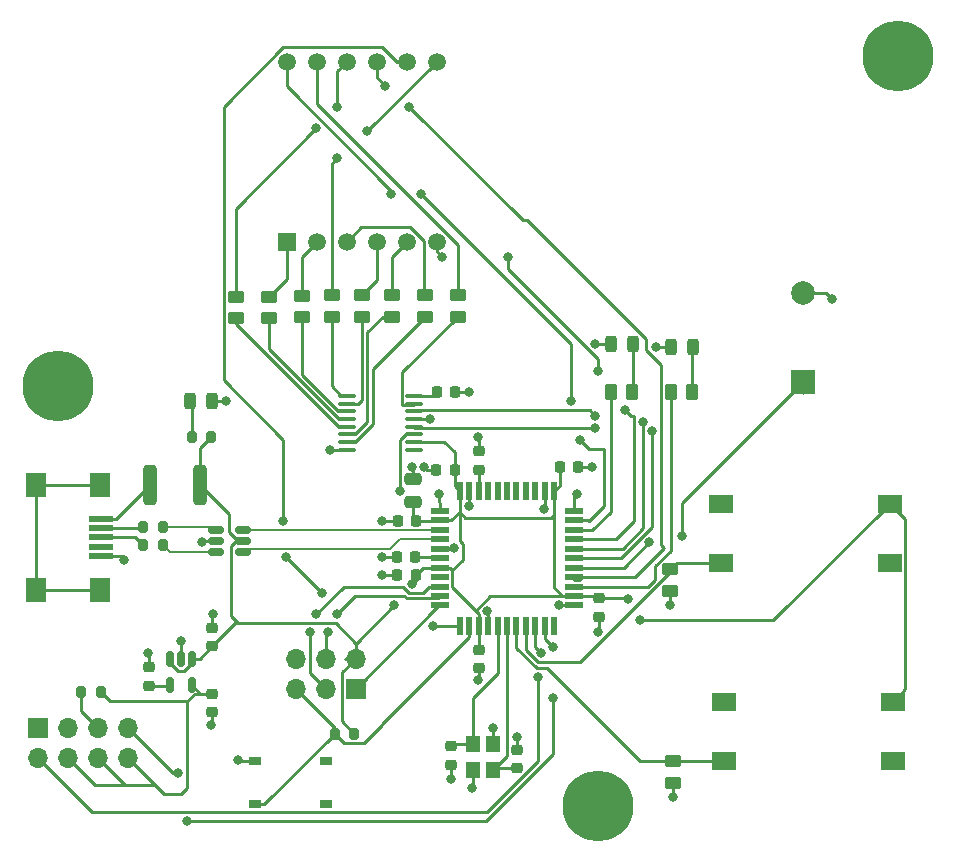
<source format=gbr>
%TF.GenerationSoftware,KiCad,Pcbnew,(7.0.0)*%
%TF.CreationDate,2023-04-20T18:50:50-06:00*%
%TF.ProjectId,Phase_B_ATMEGA_v3,50686173-655f-4425-9f41-544d4547415f,rev?*%
%TF.SameCoordinates,Original*%
%TF.FileFunction,Copper,L1,Top*%
%TF.FilePolarity,Positive*%
%FSLAX46Y46*%
G04 Gerber Fmt 4.6, Leading zero omitted, Abs format (unit mm)*
G04 Created by KiCad (PCBNEW (7.0.0)) date 2023-04-20 18:50:50*
%MOMM*%
%LPD*%
G01*
G04 APERTURE LIST*
G04 Aperture macros list*
%AMRoundRect*
0 Rectangle with rounded corners*
0 $1 Rounding radius*
0 $2 $3 $4 $5 $6 $7 $8 $9 X,Y pos of 4 corners*
0 Add a 4 corners polygon primitive as box body*
4,1,4,$2,$3,$4,$5,$6,$7,$8,$9,$2,$3,0*
0 Add four circle primitives for the rounded corners*
1,1,$1+$1,$2,$3*
1,1,$1+$1,$4,$5*
1,1,$1+$1,$6,$7*
1,1,$1+$1,$8,$9*
0 Add four rect primitives between the rounded corners*
20,1,$1+$1,$2,$3,$4,$5,0*
20,1,$1+$1,$4,$5,$6,$7,0*
20,1,$1+$1,$6,$7,$8,$9,0*
20,1,$1+$1,$8,$9,$2,$3,0*%
G04 Aperture macros list end*
%TA.AperFunction,ComponentPad*%
%ADD10C,3.400000*%
%TD*%
%TA.AperFunction,ConnectorPad*%
%ADD11C,6.000000*%
%TD*%
%TA.AperFunction,ComponentPad*%
%ADD12R,1.700000X1.700000*%
%TD*%
%TA.AperFunction,ComponentPad*%
%ADD13O,1.700000X1.700000*%
%TD*%
%TA.AperFunction,SMDPad,CuDef*%
%ADD14RoundRect,0.200000X0.200000X0.275000X-0.200000X0.275000X-0.200000X-0.275000X0.200000X-0.275000X0*%
%TD*%
%TA.AperFunction,SMDPad,CuDef*%
%ADD15RoundRect,0.200000X-0.200000X-0.275000X0.200000X-0.275000X0.200000X0.275000X-0.200000X0.275000X0*%
%TD*%
%TA.AperFunction,SMDPad,CuDef*%
%ADD16RoundRect,0.225000X0.250000X-0.225000X0.250000X0.225000X-0.250000X0.225000X-0.250000X-0.225000X0*%
%TD*%
%TA.AperFunction,SMDPad,CuDef*%
%ADD17RoundRect,0.250000X-0.450000X0.262500X-0.450000X-0.262500X0.450000X-0.262500X0.450000X0.262500X0*%
%TD*%
%TA.AperFunction,SMDPad,CuDef*%
%ADD18RoundRect,0.243750X-0.243750X-0.456250X0.243750X-0.456250X0.243750X0.456250X-0.243750X0.456250X0*%
%TD*%
%TA.AperFunction,SMDPad,CuDef*%
%ADD19RoundRect,0.225000X-0.250000X0.225000X-0.250000X-0.225000X0.250000X-0.225000X0.250000X0.225000X0*%
%TD*%
%TA.AperFunction,ComponentPad*%
%ADD20R,2.000000X2.000000*%
%TD*%
%TA.AperFunction,ComponentPad*%
%ADD21C,2.000000*%
%TD*%
%TA.AperFunction,SMDPad,CuDef*%
%ADD22RoundRect,0.250000X0.450000X-0.262500X0.450000X0.262500X-0.450000X0.262500X-0.450000X-0.262500X0*%
%TD*%
%TA.AperFunction,SMDPad,CuDef*%
%ADD23R,2.000000X0.500000*%
%TD*%
%TA.AperFunction,SMDPad,CuDef*%
%ADD24R,1.700000X2.000000*%
%TD*%
%TA.AperFunction,SMDPad,CuDef*%
%ADD25RoundRect,0.225000X0.225000X0.250000X-0.225000X0.250000X-0.225000X-0.250000X0.225000X-0.250000X0*%
%TD*%
%TA.AperFunction,SMDPad,CuDef*%
%ADD26R,1.200000X1.400000*%
%TD*%
%TA.AperFunction,SMDPad,CuDef*%
%ADD27RoundRect,0.250000X-0.312500X-1.450000X0.312500X-1.450000X0.312500X1.450000X-0.312500X1.450000X0*%
%TD*%
%TA.AperFunction,SMDPad,CuDef*%
%ADD28RoundRect,0.225000X-0.225000X-0.250000X0.225000X-0.250000X0.225000X0.250000X-0.225000X0.250000X0*%
%TD*%
%TA.AperFunction,SMDPad,CuDef*%
%ADD29RoundRect,0.250000X0.475000X-0.250000X0.475000X0.250000X-0.475000X0.250000X-0.475000X-0.250000X0*%
%TD*%
%TA.AperFunction,SMDPad,CuDef*%
%ADD30RoundRect,0.250000X-0.262500X-0.450000X0.262500X-0.450000X0.262500X0.450000X-0.262500X0.450000X0*%
%TD*%
%TA.AperFunction,SMDPad,CuDef*%
%ADD31R,2.000000X1.500000*%
%TD*%
%TA.AperFunction,SMDPad,CuDef*%
%ADD32RoundRect,0.150000X-0.150000X0.512500X-0.150000X-0.512500X0.150000X-0.512500X0.150000X0.512500X0*%
%TD*%
%TA.AperFunction,SMDPad,CuDef*%
%ADD33R,1.500000X0.550000*%
%TD*%
%TA.AperFunction,SMDPad,CuDef*%
%ADD34R,0.550000X1.500000*%
%TD*%
%TA.AperFunction,SMDPad,CuDef*%
%ADD35RoundRect,0.100000X-0.637500X-0.100000X0.637500X-0.100000X0.637500X0.100000X-0.637500X0.100000X0*%
%TD*%
%TA.AperFunction,SMDPad,CuDef*%
%ADD36RoundRect,0.243750X0.243750X0.456250X-0.243750X0.456250X-0.243750X-0.456250X0.243750X-0.456250X0*%
%TD*%
%TA.AperFunction,SMDPad,CuDef*%
%ADD37RoundRect,0.150000X-0.512500X-0.150000X0.512500X-0.150000X0.512500X0.150000X-0.512500X0.150000X0*%
%TD*%
%TA.AperFunction,ComponentPad*%
%ADD38R,1.500000X1.500000*%
%TD*%
%TA.AperFunction,ComponentPad*%
%ADD39C,1.500000*%
%TD*%
%TA.AperFunction,SMDPad,CuDef*%
%ADD40R,1.000000X0.700000*%
%TD*%
%TA.AperFunction,ViaPad*%
%ADD41C,0.800000*%
%TD*%
%TA.AperFunction,Conductor*%
%ADD42C,0.250000*%
%TD*%
%TA.AperFunction,Conductor*%
%ADD43C,0.200000*%
%TD*%
G04 APERTURE END LIST*
D10*
%TO.P,REF\u002A\u002A,1*%
%TO.N,N/C*%
X144780000Y-147320000D03*
D11*
X144780000Y-147320000D03*
%TD*%
D10*
%TO.P,REF\u002A\u002A,1*%
%TO.N,N/C*%
X99060000Y-111760000D03*
D11*
X99060000Y-111760000D03*
%TD*%
D10*
%TO.P,REF\u002A\u002A,1*%
%TO.N,N/C*%
X170180000Y-83820000D03*
D11*
X170180000Y-83820000D03*
%TD*%
D12*
%TO.P,J1,1,MISO*%
%TO.N,MISO*%
X124243999Y-137373999D03*
D13*
%TO.P,J1,2,VCC*%
%TO.N,+5V*%
X124243999Y-134833999D03*
%TO.P,J1,3,SCK*%
%TO.N,SCK*%
X121703999Y-137373999D03*
%TO.P,J1,4,MOSI*%
%TO.N,MOSI*%
X121703999Y-134833999D03*
%TO.P,J1,5,~{RST}*%
%TO.N,RST*%
X119163999Y-137373999D03*
%TO.P,J1,6,GND*%
%TO.N,GND*%
X119163999Y-134833999D03*
%TD*%
D14*
%TO.P,R17,1*%
%TO.N,+3.3V*%
X102679000Y-137668000D03*
%TO.P,R17,2*%
%TO.N,Net-(J3-Pin_5)*%
X101029000Y-137668000D03*
%TD*%
D15*
%TO.P,R15,1*%
%TO.N,Net-(J2-D-)*%
X106247000Y-123698000D03*
%TO.P,R15,2*%
%TO.N,USB_CONN_D-*%
X107897000Y-123698000D03*
%TD*%
D14*
%TO.P,R13,1*%
%TO.N,+5V*%
X124116000Y-141184000D03*
%TO.P,R13,2*%
%TO.N,RST*%
X122466000Y-141184000D03*
%TD*%
D16*
%TO.P,C12,1*%
%TO.N,/AREF*%
X134658000Y-118832000D03*
%TO.P,C12,2*%
%TO.N,GND*%
X134658000Y-117282000D03*
%TD*%
D17*
%TO.P,R2,1*%
%TO.N,Button_2*%
X151130000Y-143510000D03*
%TO.P,R2,2*%
%TO.N,GND*%
X151130000Y-145335000D03*
%TD*%
D18*
%TO.P,D2,1,K*%
%TO.N,GND*%
X150914000Y-108418000D03*
%TO.P,D2,2,A*%
%TO.N,Net-(D2-A)*%
X152789000Y-108418000D03*
%TD*%
D19*
%TO.P,C3,1*%
%TO.N,XTAL2*%
X132296000Y-142267000D03*
%TO.P,C3,2*%
%TO.N,GND*%
X132296000Y-143817000D03*
%TD*%
D20*
%TO.P,LS1,1,1*%
%TO.N,Buzzer*%
X162089999Y-111455999D03*
D21*
%TO.P,LS1,2,2*%
%TO.N,GND*%
X162090000Y-103856000D03*
%TD*%
D22*
%TO.P,R6,1*%
%TO.N,b*%
X122212000Y-105878000D03*
%TO.P,R6,2*%
%TO.N,Net-(U1-b)*%
X122212000Y-104053000D03*
%TD*%
D23*
%TO.P,J2,1,VBUS*%
%TO.N,Net-(J2-VBUS)*%
X102715999Y-122981999D03*
%TO.P,J2,2,D-*%
%TO.N,Net-(J2-D-)*%
X102715999Y-123781999D03*
%TO.P,J2,3,D+*%
%TO.N,Net-(J2-D+)*%
X102715999Y-124581999D03*
%TO.P,J2,4,ID*%
%TO.N,unconnected-(J2-ID-Pad4)*%
X102715999Y-125381999D03*
%TO.P,J2,5,GND*%
%TO.N,GND*%
X102715999Y-126181999D03*
D24*
%TO.P,J2,6,Shield*%
%TO.N,unconnected-(J2-Shield-Pad6)*%
X102615999Y-120131999D03*
X97165999Y-120131999D03*
X102615999Y-129031999D03*
X97165999Y-129031999D03*
%TD*%
D16*
%TO.P,C13,1*%
%TO.N,+5V*%
X112107500Y-133764500D03*
%TO.P,C13,2*%
%TO.N,GND*%
X112107500Y-132214500D03*
%TD*%
D25*
%TO.P,C6,1*%
%TO.N,+5V*%
X129337000Y-123150000D03*
%TO.P,C6,2*%
%TO.N,GND*%
X127787000Y-123150000D03*
%TD*%
D26*
%TO.P,Y1,1,1*%
%TO.N,XTAL1*%
X135855999Y-144307999D03*
%TO.P,Y1,2,2*%
%TO.N,GND*%
X135855999Y-142107999D03*
%TO.P,Y1,3,3*%
%TO.N,XTAL2*%
X134155999Y-142107999D03*
%TO.P,Y1,4,4*%
%TO.N,GND*%
X134155999Y-144307999D03*
%TD*%
D22*
%TO.P,R8,1*%
%TO.N,d*%
X119672000Y-105925000D03*
%TO.P,R8,2*%
%TO.N,Net-(U1-d)*%
X119672000Y-104100000D03*
%TD*%
%TO.P,R11,1*%
%TO.N,g*%
X127292000Y-105878000D03*
%TO.P,R11,2*%
%TO.N,Net-(U1-g)*%
X127292000Y-104053000D03*
%TD*%
%TO.P,R9,1*%
%TO.N,e*%
X116878000Y-106028500D03*
%TO.P,R9,2*%
%TO.N,Net-(U1-e)*%
X116878000Y-104203500D03*
%TD*%
D27*
%TO.P,F1,1*%
%TO.N,Net-(J2-VBUS)*%
X106818000Y-120142000D03*
%TO.P,F1,2*%
%TO.N,+5V*%
X111093000Y-120142000D03*
%TD*%
D22*
%TO.P,R12,1*%
%TO.N,dp*%
X130086000Y-105878000D03*
%TO.P,R12,2*%
%TO.N,Net-(U1-DPX)*%
X130086000Y-104053000D03*
%TD*%
D19*
%TO.P,C5,1*%
%TO.N,+5V*%
X144818000Y-129728000D03*
%TO.P,C5,2*%
%TO.N,GND*%
X144818000Y-131278000D03*
%TD*%
D28*
%TO.P,C4,1*%
%TO.N,+5V*%
X141516000Y-118578000D03*
%TO.P,C4,2*%
%TO.N,GND*%
X143066000Y-118578000D03*
%TD*%
D19*
%TO.P,C2,1*%
%TO.N,GND*%
X137884000Y-142534000D03*
%TO.P,C2,2*%
%TO.N,XTAL1*%
X137884000Y-144084000D03*
%TD*%
D29*
%TO.P,C8,1*%
%TO.N,+5V*%
X129070000Y-121560000D03*
%TO.P,C8,2*%
%TO.N,GND*%
X129070000Y-119660000D03*
%TD*%
D22*
%TO.P,R5,1*%
%TO.N,a*%
X132880000Y-105878000D03*
%TO.P,R5,2*%
%TO.N,Net-(U1-a)*%
X132880000Y-104053000D03*
%TD*%
D19*
%TO.P,C7,1*%
%TO.N,+5V*%
X134658000Y-134072000D03*
%TO.P,C7,2*%
%TO.N,GND*%
X134658000Y-135622000D03*
%TD*%
D30*
%TO.P,R4,1*%
%TO.N,GREEN_LED*%
X150914000Y-112228000D03*
%TO.P,R4,2*%
%TO.N,Net-(D2-A)*%
X152739000Y-112228000D03*
%TD*%
D12*
%TO.P,J3,1,Pin_1*%
%TO.N,GND*%
X97319999Y-140675999D03*
D13*
%TO.P,J3,2,Pin_2*%
%TO.N,TX*%
X97319999Y-143215999D03*
%TO.P,J3,3,Pin_3*%
%TO.N,unconnected-(J3-Pin_3-Pad3)*%
X99859999Y-140675999D03*
%TO.P,J3,4,Pin_4*%
%TO.N,+3.3V*%
X99859999Y-143215999D03*
%TO.P,J3,5,Pin_5*%
%TO.N,Net-(J3-Pin_5)*%
X102399999Y-140675999D03*
%TO.P,J3,6,Pin_6*%
%TO.N,+3.3V*%
X102399999Y-143215999D03*
%TO.P,J3,7,Pin_7*%
%TO.N,RX*%
X104939999Y-140675999D03*
%TO.P,J3,8,Pin_8*%
%TO.N,+3.3V*%
X104939999Y-143215999D03*
%TD*%
D28*
%TO.P,C1,1*%
%TO.N,+5V*%
X131102000Y-112228000D03*
%TO.P,C1,2*%
%TO.N,GND*%
X132652000Y-112228000D03*
%TD*%
D22*
%TO.P,R7,1*%
%TO.N,c*%
X124752000Y-105878000D03*
%TO.P,R7,2*%
%TO.N,Net-(U1-c)*%
X124752000Y-104053000D03*
%TD*%
D17*
%TO.P,R1,1*%
%TO.N,Button_1*%
X150876000Y-127254000D03*
%TO.P,R1,2*%
%TO.N,GND*%
X150876000Y-129079000D03*
%TD*%
D31*
%TO.P,S2,A1,NO_1*%
%TO.N,unconnected-(S2-NO_1-PadA1)*%
X169709999Y-143469999D03*
%TO.P,S2,B1,NO_2*%
%TO.N,Button_2*%
X155409999Y-143469999D03*
%TO.P,S2,C1,COM_1*%
%TO.N,+5V*%
X169709999Y-138469999D03*
%TO.P,S2,D1,COM_2*%
%TO.N,unconnected-(S2-COM_2-PadD1)*%
X155409999Y-138469999D03*
%TD*%
D18*
%TO.P,D1,1,K*%
%TO.N,GND*%
X145834000Y-108164000D03*
%TO.P,D1,2,A*%
%TO.N,Net-(D1-A)*%
X147709000Y-108164000D03*
%TD*%
D32*
%TO.P,U5,1,VIN*%
%TO.N,+5V*%
X110396000Y-134834000D03*
%TO.P,U5,2,GND*%
%TO.N,GND*%
X109446000Y-134834000D03*
%TO.P,U5,3,ON/~{OFF}*%
%TO.N,+5V*%
X108496000Y-134834000D03*
%TO.P,U5,4,BP*%
%TO.N,Net-(U5-BP)*%
X108496000Y-137109000D03*
%TO.P,U5,5,VOUT*%
%TO.N,+3.3V*%
X110396000Y-137109000D03*
%TD*%
D25*
%TO.P,C9,1*%
%TO.N,/UCAP*%
X129298000Y-126198000D03*
%TO.P,C9,2*%
%TO.N,GND*%
X127748000Y-126198000D03*
%TD*%
D33*
%TO.P,U3,1,PE6*%
%TO.N,SH_CP*%
X131357999Y-122339999D03*
%TO.P,U3,2,UVCC*%
%TO.N,+5V*%
X131357999Y-123139999D03*
%TO.P,U3,3,D-*%
%TO.N,USB_D-*%
X131357999Y-123939999D03*
%TO.P,U3,4,D+*%
%TO.N,USB_D+*%
X131357999Y-124739999D03*
%TO.P,U3,5,UGND*%
%TO.N,GND*%
X131357999Y-125539999D03*
%TO.P,U3,6,UCAP*%
%TO.N,/UCAP*%
X131357999Y-126339999D03*
%TO.P,U3,7,VBUS*%
%TO.N,+5V*%
X131357999Y-127139999D03*
%TO.P,U3,8,PB0*%
%TO.N,unconnected-(U3-PB0-Pad8)*%
X131357999Y-127939999D03*
%TO.P,U3,9,PB1*%
%TO.N,SCK*%
X131357999Y-128739999D03*
%TO.P,U3,10,PB2*%
%TO.N,MOSI*%
X131357999Y-129539999D03*
%TO.P,U3,11,PB3*%
%TO.N,MISO*%
X131357999Y-130339999D03*
D34*
%TO.P,U3,12,PB7*%
%TO.N,Dig3*%
X133057999Y-132039999D03*
%TO.P,U3,13,~{RESET}*%
%TO.N,RST*%
X133857999Y-132039999D03*
%TO.P,U3,14,VCC*%
%TO.N,+5V*%
X134657999Y-132039999D03*
%TO.P,U3,15,GND*%
%TO.N,GND*%
X135457999Y-132039999D03*
%TO.P,U3,16,XTAL2*%
%TO.N,XTAL2*%
X136257999Y-132039999D03*
%TO.P,U3,17,XTAL1*%
%TO.N,XTAL1*%
X137057999Y-132039999D03*
%TO.P,U3,18,PD0*%
%TO.N,Button_2*%
X137857999Y-132039999D03*
%TO.P,U3,19,PD1*%
%TO.N,Button_1*%
X138657999Y-132039999D03*
%TO.P,U3,20,PD2*%
%TO.N,TX*%
X139457999Y-132039999D03*
%TO.P,U3,21,PD3*%
%TO.N,RX*%
X140257999Y-132039999D03*
%TO.P,U3,22,PD5*%
%TO.N,unconnected-(U3-PD5-Pad22)*%
X141057999Y-132039999D03*
D33*
%TO.P,U3,23,GND*%
%TO.N,GND*%
X142757999Y-130339999D03*
%TO.P,U3,24,AVCC*%
%TO.N,+5V*%
X142757999Y-129539999D03*
%TO.P,U3,25,PD4*%
%TO.N,GREEN_LED*%
X142757999Y-128739999D03*
%TO.P,U3,26,PD6*%
%TO.N,Dig2*%
X142757999Y-127939999D03*
%TO.P,U3,27,PD7*%
%TO.N,Buzzer*%
X142757999Y-127139999D03*
%TO.P,U3,28,PB4*%
%TO.N,ST_CP*%
X142757999Y-126339999D03*
%TO.P,U3,29,PB5*%
%TO.N,DS*%
X142757999Y-125539999D03*
%TO.P,U3,30,PB6*%
%TO.N,Dig4*%
X142757999Y-124739999D03*
%TO.P,U3,31,PC6*%
%TO.N,RED_LED*%
X142757999Y-123939999D03*
%TO.P,U3,32,PC7*%
%TO.N,Dig1*%
X142757999Y-123139999D03*
%TO.P,U3,33,~{HWB}/PE2*%
%TO.N,GND*%
X142757999Y-122339999D03*
D34*
%TO.P,U3,34,VCC*%
%TO.N,+5V*%
X141057999Y-120639999D03*
%TO.P,U3,35,GND*%
%TO.N,GND*%
X140257999Y-120639999D03*
%TO.P,U3,36,PF7*%
%TO.N,unconnected-(U3-PF7-Pad36)*%
X139457999Y-120639999D03*
%TO.P,U3,37,PF6*%
%TO.N,unconnected-(U3-PF6-Pad37)*%
X138657999Y-120639999D03*
%TO.P,U3,38,PF5*%
%TO.N,unconnected-(U3-PF5-Pad38)*%
X137857999Y-120639999D03*
%TO.P,U3,39,PF4*%
%TO.N,unconnected-(U3-PF4-Pad39)*%
X137057999Y-120639999D03*
%TO.P,U3,40,PF1*%
%TO.N,unconnected-(U3-PF1-Pad40)*%
X136257999Y-120639999D03*
%TO.P,U3,41,PF0*%
%TO.N,unconnected-(U3-PF0-Pad41)*%
X135457999Y-120639999D03*
%TO.P,U3,42,AREF*%
%TO.N,/AREF*%
X134657999Y-120639999D03*
%TO.P,U3,43,GND*%
%TO.N,GND*%
X133857999Y-120639999D03*
%TO.P,U3,44,AVCC*%
%TO.N,+5V*%
X133057999Y-120639999D03*
%TD*%
D35*
%TO.P,U2,1,QB*%
%TO.N,b*%
X123482000Y-112594000D03*
%TO.P,U2,2,QC*%
%TO.N,c*%
X123482000Y-113244000D03*
%TO.P,U2,3,QD*%
%TO.N,d*%
X123482000Y-113894000D03*
%TO.P,U2,4,QE*%
%TO.N,e*%
X123482000Y-114544000D03*
%TO.P,U2,5,QF*%
%TO.N,f*%
X123482000Y-115194000D03*
%TO.P,U2,6,QG*%
%TO.N,g*%
X123482000Y-115844000D03*
%TO.P,U2,7,QH*%
%TO.N,dp*%
X123482000Y-116494000D03*
%TO.P,U2,8,GND*%
%TO.N,GND*%
X123482000Y-117144000D03*
%TO.P,U2,9,QH'*%
%TO.N,unconnected-(U2-QH'-Pad9)*%
X129207000Y-117144000D03*
%TO.P,U2,10,~{SRCLR}*%
%TO.N,+5V*%
X129207000Y-116494000D03*
%TO.P,U2,11,SRCLK*%
%TO.N,SH_CP*%
X129207000Y-115844000D03*
%TO.P,U2,12,RCLK*%
%TO.N,ST_CP*%
X129207000Y-115194000D03*
%TO.P,U2,13,~{OE}*%
%TO.N,GND*%
X129207000Y-114544000D03*
%TO.P,U2,14,SER*%
%TO.N,DS*%
X129207000Y-113894000D03*
%TO.P,U2,15,QA*%
%TO.N,a*%
X129207000Y-113244000D03*
%TO.P,U2,16,VCC*%
%TO.N,+5V*%
X129207000Y-112594000D03*
%TD*%
D36*
%TO.P,D3,1,K*%
%TO.N,GND*%
X112073500Y-113030000D03*
%TO.P,D3,2,A*%
%TO.N,Net-(D3-A)*%
X110198500Y-113030000D03*
%TD*%
D25*
%TO.P,C11,1*%
%TO.N,+5V*%
X132626000Y-118832000D03*
%TO.P,C11,2*%
%TO.N,GND*%
X131076000Y-118832000D03*
%TD*%
D19*
%TO.P,C14,1*%
%TO.N,+3.3V*%
X112107500Y-137802500D03*
%TO.P,C14,2*%
%TO.N,GND*%
X112107500Y-139352500D03*
%TD*%
D37*
%TO.P,U4,1,I/O1*%
%TO.N,USB_CONN_D-*%
X112406000Y-123952000D03*
%TO.P,U4,2,GND*%
%TO.N,GND*%
X112406000Y-124902000D03*
%TO.P,U4,3,I/O2*%
%TO.N,USB_CONN_D+*%
X112406000Y-125852000D03*
%TO.P,U4,4,I/O2*%
%TO.N,USB_D+*%
X114681000Y-125852000D03*
%TO.P,U4,5,VBUS*%
%TO.N,+5V*%
X114681000Y-124902000D03*
%TO.P,U4,6,I/O1*%
%TO.N,USB_D-*%
X114681000Y-123952000D03*
%TD*%
D14*
%TO.P,R16,1*%
%TO.N,+5V*%
X112024000Y-116078000D03*
%TO.P,R16,2*%
%TO.N,Net-(D3-A)*%
X110374000Y-116078000D03*
%TD*%
D25*
%TO.P,C10,1*%
%TO.N,+5V*%
X129324000Y-127722000D03*
%TO.P,C10,2*%
%TO.N,GND*%
X127774000Y-127722000D03*
%TD*%
D30*
%TO.P,R3,1*%
%TO.N,RED_LED*%
X145834000Y-112228000D03*
%TO.P,R3,2*%
%TO.N,Net-(D1-A)*%
X147659000Y-112228000D03*
%TD*%
D15*
%TO.P,R14,1*%
%TO.N,Net-(J2-D+)*%
X106244648Y-125237120D03*
%TO.P,R14,2*%
%TO.N,USB_CONN_D+*%
X107894648Y-125237120D03*
%TD*%
D16*
%TO.P,C15,1*%
%TO.N,Net-(U5-BP)*%
X106718000Y-137133000D03*
%TO.P,C15,2*%
%TO.N,GND*%
X106718000Y-135583000D03*
%TD*%
D38*
%TO.P,U1,1,e*%
%TO.N,Net-(U1-e)*%
X118401999Y-99527999D03*
D39*
%TO.P,U1,2,d*%
%TO.N,Net-(U1-d)*%
X120942000Y-99528000D03*
%TO.P,U1,3,DPX*%
%TO.N,Net-(U1-DPX)*%
X123482000Y-99528000D03*
%TO.P,U1,4,c*%
%TO.N,Net-(U1-c)*%
X126022000Y-99528000D03*
%TO.P,U1,5,g*%
%TO.N,Net-(U1-g)*%
X128562000Y-99528000D03*
%TO.P,U1,6,CA4*%
%TO.N,Dig4*%
X131102000Y-99528000D03*
%TO.P,U1,7,b*%
%TO.N,Net-(U1-b)*%
X131102000Y-84288000D03*
%TO.P,U1,8,CA3*%
%TO.N,Dig3*%
X128562000Y-84288000D03*
%TO.P,U1,9,CA2*%
%TO.N,Dig2*%
X126022000Y-84288000D03*
%TO.P,U1,10,f*%
%TO.N,Net-(U1-f)*%
X123482000Y-84288000D03*
%TO.P,U1,11,a*%
%TO.N,Net-(U1-a)*%
X120942000Y-84288000D03*
%TO.P,U1,12,CA1*%
%TO.N,Dig1*%
X118402000Y-84288000D03*
%TD*%
D22*
%TO.P,R10,1*%
%TO.N,f*%
X114084000Y-106028500D03*
%TO.P,R10,2*%
%TO.N,Net-(U1-f)*%
X114084000Y-104203500D03*
%TD*%
D31*
%TO.P,S1,A1,NO_1*%
%TO.N,unconnected-(S1-NO_1-PadA1)*%
X169455999Y-126705999D03*
%TO.P,S1,B1,NO_2*%
%TO.N,Button_1*%
X155155999Y-126705999D03*
%TO.P,S1,C1,COM_1*%
%TO.N,+5V*%
X169455999Y-121705999D03*
%TO.P,S1,D1,COM_2*%
%TO.N,unconnected-(S1-COM_2-PadD1)*%
X155155999Y-121705999D03*
%TD*%
D40*
%TO.P,S3,1*%
%TO.N,GND*%
X115703999Y-143469999D03*
%TO.P,S3,2*%
%TO.N,N/C*%
X121703999Y-143469999D03*
%TO.P,S3,3*%
%TO.N,RST*%
X115703999Y-147169999D03*
%TO.P,S3,4*%
%TO.N,N/C*%
X121703999Y-147169999D03*
%TD*%
D41*
%TO.N,+5V*%
X147320000Y-129794000D03*
X127508000Y-130302000D03*
X129032000Y-128524000D03*
X148336000Y-131572000D03*
%TO.N,GND*%
X149663390Y-108428451D03*
X104648000Y-126492000D03*
X134112000Y-145796000D03*
X140208000Y-122174000D03*
X144780000Y-132588000D03*
X113284000Y-113030000D03*
X112153518Y-131030528D03*
X133858000Y-121920000D03*
X141478000Y-130302000D03*
X135890000Y-140716000D03*
X137922000Y-141478000D03*
X134620000Y-136652000D03*
X112014000Y-140462000D03*
X133858000Y-112268000D03*
X150876000Y-130302000D03*
X130048000Y-118618000D03*
X164592000Y-104394000D03*
X130556000Y-114554000D03*
X132334000Y-145034000D03*
X144272000Y-118618000D03*
X132588000Y-125476000D03*
X129032000Y-118618000D03*
X143002000Y-120904000D03*
X109474000Y-133350000D03*
X111252000Y-124968000D03*
X126492000Y-126238000D03*
X126492000Y-123190000D03*
X126492000Y-127762000D03*
X134620000Y-116078000D03*
X114321944Y-143449234D03*
X151130000Y-146558000D03*
X122037247Y-117170801D03*
X144549596Y-108190482D03*
X106680000Y-134366000D03*
X135382000Y-130810000D03*
%TO.N,SCK*%
X120904000Y-131064000D03*
X120396000Y-132588000D03*
%TO.N,MOSI*%
X122682000Y-131064000D03*
X121920000Y-132588000D03*
%TO.N,TX*%
X139700000Y-136398000D03*
X139954000Y-134366000D03*
%TO.N,RX*%
X140970000Y-138176000D03*
X109982000Y-148590000D03*
X109220000Y-144526000D03*
X140970000Y-133858000D03*
%TO.N,Buzzer*%
X149098000Y-124968000D03*
X151892000Y-124460000D03*
%TO.N,Net-(U1-b)*%
X125222000Y-90170000D03*
X122682000Y-92456000D03*
%TO.N,Net-(U1-f)*%
X120904000Y-89916000D03*
X122682000Y-88138000D03*
%TO.N,Dig4*%
X137160000Y-100838000D03*
X144780000Y-110490000D03*
X131572000Y-100838000D03*
X147066000Y-113792000D03*
%TO.N,Dig3*%
X118110000Y-123190000D03*
X118364000Y-126238000D03*
X130810000Y-132080000D03*
X121412000Y-129286000D03*
%TO.N,Dig2*%
X126746000Y-86360000D03*
X128778000Y-88138000D03*
%TO.N,Dig1*%
X129794000Y-95504000D03*
X142494000Y-113030000D03*
X143256000Y-116332000D03*
X127254000Y-95504000D03*
%TO.N,SH_CP*%
X131318000Y-120904000D03*
X128016000Y-120650000D03*
%TO.N,ST_CP*%
X149352000Y-115570000D03*
X144526000Y-115316000D03*
%TO.N,DS*%
X148590000Y-114808000D03*
X144526000Y-114300000D03*
%TD*%
D42*
%TO.N,+5V*%
X132626000Y-117386000D02*
X132626000Y-118832000D01*
X131734000Y-116494000D02*
X132626000Y-117386000D01*
X129207000Y-116494000D02*
X131734000Y-116494000D01*
X130736000Y-112594000D02*
X131102000Y-112228000D01*
X129207000Y-112594000D02*
X130736000Y-112594000D01*
X123069000Y-140137000D02*
X123069000Y-136009000D01*
X124116000Y-141184000D02*
X123069000Y-140137000D01*
X123069000Y-136009000D02*
X124244000Y-134834000D01*
X142758000Y-129540000D02*
X141758000Y-129540000D01*
X131358000Y-123140000D02*
X132346000Y-123140000D01*
X110396000Y-134834000D02*
X111038000Y-134834000D01*
X113538000Y-122587000D02*
X111093000Y-120142000D01*
X114112000Y-124902000D02*
X113693500Y-125320500D01*
X110396000Y-135218251D02*
X109724251Y-135890000D01*
X133058000Y-122428000D02*
X133058000Y-124920695D01*
X134658000Y-131040000D02*
X134397000Y-130779000D01*
X114681000Y-124902000D02*
X114296749Y-124902000D01*
X124244000Y-133566000D02*
X127508000Y-130302000D01*
X141007000Y-120691000D02*
X141007000Y-122645000D01*
X111093000Y-117009000D02*
X112024000Y-116078000D01*
X111093000Y-120142000D02*
X111093000Y-117009000D01*
X129324000Y-127722000D02*
X129324000Y-128232000D01*
X133529000Y-122899000D02*
X133058000Y-122428000D01*
X169456000Y-121706000D02*
X159590000Y-131572000D01*
X134397000Y-130779000D02*
X134397000Y-130769695D01*
X129906000Y-127140000D02*
X131358000Y-127140000D01*
X131348000Y-123150000D02*
X131358000Y-123140000D01*
X170781000Y-123031000D02*
X170781000Y-137399000D01*
X129070000Y-122883000D02*
X129337000Y-123150000D01*
X129337000Y-123150000D02*
X131348000Y-123150000D01*
X114681000Y-124902000D02*
X114112000Y-124902000D01*
X113538000Y-124143251D02*
X113538000Y-122587000D01*
X129324000Y-128232000D02*
X129032000Y-128524000D01*
X114296749Y-124902000D02*
X113538000Y-124143251D01*
X140753000Y-122899000D02*
X133529000Y-122899000D01*
X122541000Y-131863000D02*
X114300000Y-131863000D01*
X135626695Y-129540000D02*
X141732000Y-129540000D01*
X141745000Y-129527000D02*
X141007000Y-128789000D01*
X108496000Y-135218251D02*
X108496000Y-134834000D01*
X124244000Y-133566000D02*
X122541000Y-131863000D01*
X134658000Y-132040000D02*
X134658000Y-131040000D01*
X132626000Y-118832000D02*
X132626000Y-120208000D01*
X132433000Y-127340000D02*
X132233000Y-127140000D01*
X132346000Y-123140000D02*
X133058000Y-122428000D01*
X141516000Y-118578000D02*
X141516000Y-120182000D01*
X144818000Y-129728000D02*
X147254000Y-129728000D01*
X124244000Y-134834000D02*
X124244000Y-133566000D01*
X170781000Y-137399000D02*
X169710000Y-138470000D01*
X159590000Y-131572000D02*
X148336000Y-131572000D01*
X109724251Y-135890000D02*
X109167749Y-135890000D01*
X114009000Y-131863000D02*
X114300000Y-131863000D01*
X141007000Y-128789000D02*
X141007000Y-122645000D01*
X112107500Y-133764500D02*
X114009000Y-131863000D01*
X141007000Y-122645000D02*
X140753000Y-122899000D01*
X111038000Y-134834000D02*
X112107500Y-133764500D01*
X132233000Y-127140000D02*
X131358000Y-127140000D01*
X169456000Y-121706000D02*
X170781000Y-123031000D01*
X147254000Y-129728000D02*
X147320000Y-129794000D01*
X134397000Y-130779000D02*
X132433000Y-128815000D01*
X133058000Y-120640000D02*
X133058000Y-122428000D01*
X113693500Y-131256500D02*
X114300000Y-131863000D01*
X134397000Y-130769695D02*
X135626695Y-129540000D01*
X141058000Y-120640000D02*
X141007000Y-120691000D01*
X144630000Y-129540000D02*
X144818000Y-129728000D01*
X109167749Y-135890000D02*
X108496000Y-135218251D01*
X110396000Y-134834000D02*
X110396000Y-135218251D01*
X113693500Y-125320500D02*
X113693500Y-131256500D01*
X134658000Y-134072000D02*
X134658000Y-132040000D01*
X129070000Y-121560000D02*
X129070000Y-122883000D01*
X132433000Y-128815000D02*
X132433000Y-127340000D01*
X133058000Y-124920695D02*
X133313000Y-125175695D01*
X142758000Y-129540000D02*
X144630000Y-129540000D01*
X133313000Y-125175695D02*
X133313000Y-126460000D01*
X141732000Y-129540000D02*
X141745000Y-129527000D01*
X133313000Y-126460000D02*
X132433000Y-127340000D01*
X123365701Y-134834000D02*
X124244000Y-134834000D01*
X129324000Y-127722000D02*
X129906000Y-127140000D01*
X141758000Y-129540000D02*
X141745000Y-129527000D01*
X132626000Y-120208000D02*
X133058000Y-120640000D01*
X141516000Y-120182000D02*
X141058000Y-120640000D01*
%TO.N,GND*%
X130262000Y-118832000D02*
X130048000Y-118618000D01*
X129070000Y-119660000D02*
X129070000Y-118656000D01*
X127787000Y-123150000D02*
X126532000Y-123150000D01*
X142758000Y-130340000D02*
X141516000Y-130340000D01*
X129207000Y-114544000D02*
X130546000Y-114544000D01*
X143066000Y-118578000D02*
X144232000Y-118578000D01*
X131358000Y-125540000D02*
X132524000Y-125540000D01*
X112406000Y-124902000D02*
X111318000Y-124902000D01*
X134156000Y-145752000D02*
X134112000Y-145796000D01*
X150876000Y-129079000D02*
X150876000Y-130302000D01*
X133818000Y-112228000D02*
X133858000Y-112268000D01*
X135856000Y-140750000D02*
X135890000Y-140716000D01*
X115704000Y-143470000D02*
X114342710Y-143470000D01*
X135458000Y-130886000D02*
X135382000Y-130810000D01*
X141516000Y-130340000D02*
X141478000Y-130302000D01*
X127774000Y-127722000D02*
X126532000Y-127722000D01*
X126532000Y-127722000D02*
X126492000Y-127762000D01*
X112107500Y-131076546D02*
X112153518Y-131030528D01*
X145834000Y-108164000D02*
X144576078Y-108164000D01*
X122064048Y-117144000D02*
X122037247Y-117170801D01*
X144818000Y-132550000D02*
X144780000Y-132588000D01*
X144232000Y-118578000D02*
X144272000Y-118618000D01*
X134658000Y-135622000D02*
X134658000Y-136614000D01*
X144576078Y-108164000D02*
X144549596Y-108190482D01*
X129070000Y-118656000D02*
X129032000Y-118618000D01*
X133858000Y-120640000D02*
X133858000Y-121920000D01*
X162090000Y-103856000D02*
X164054000Y-103856000D01*
X102716000Y-126182000D02*
X104338000Y-126182000D01*
X130546000Y-114544000D02*
X130556000Y-114554000D01*
X104338000Y-126182000D02*
X104648000Y-126492000D01*
X126532000Y-123150000D02*
X126492000Y-123190000D01*
X135856000Y-142108000D02*
X135856000Y-140750000D01*
X127748000Y-126198000D02*
X126532000Y-126198000D01*
X132296000Y-144996000D02*
X132334000Y-145034000D01*
X112107500Y-139352500D02*
X112107500Y-140368500D01*
X135458000Y-132040000D02*
X135458000Y-130886000D01*
X144818000Y-131278000D02*
X144818000Y-132550000D01*
X134658000Y-116116000D02*
X134620000Y-116078000D01*
X142758000Y-121148000D02*
X143002000Y-120904000D01*
X114342710Y-143470000D02*
X114321944Y-143449234D01*
X109446000Y-134834000D02*
X109446000Y-133378000D01*
X111318000Y-124902000D02*
X111252000Y-124968000D01*
X106718000Y-135583000D02*
X106718000Y-134404000D01*
X142758000Y-122340000D02*
X142758000Y-121148000D01*
X164054000Y-103856000D02*
X164592000Y-104394000D01*
X126532000Y-126198000D02*
X126492000Y-126238000D01*
X106718000Y-134404000D02*
X106680000Y-134366000D01*
X131076000Y-118832000D02*
X130262000Y-118832000D01*
X132296000Y-143817000D02*
X132296000Y-144996000D01*
X134156000Y-144308000D02*
X134156000Y-145752000D01*
X112107500Y-140368500D02*
X112014000Y-140462000D01*
X112107500Y-132214500D02*
X112107500Y-131076546D01*
X134658000Y-117282000D02*
X134658000Y-116116000D01*
X123482000Y-117144000D02*
X122064048Y-117144000D01*
X140258000Y-120640000D02*
X140258000Y-122124000D01*
X137884000Y-142534000D02*
X137884000Y-141516000D01*
X134658000Y-136614000D02*
X134620000Y-136652000D01*
X150914000Y-108418000D02*
X149673841Y-108418000D01*
X137884000Y-141516000D02*
X137922000Y-141478000D01*
X140258000Y-122124000D02*
X140208000Y-122174000D01*
X132652000Y-112228000D02*
X133818000Y-112228000D01*
X132524000Y-125540000D02*
X132588000Y-125476000D01*
X149673841Y-108418000D02*
X149663390Y-108428451D01*
X109446000Y-133378000D02*
X109474000Y-133350000D01*
X112073500Y-113030000D02*
X113284000Y-113030000D01*
X151130000Y-145335000D02*
X151130000Y-146558000D01*
%TO.N,XTAL1*%
X136080000Y-144084000D02*
X135856000Y-144308000D01*
X135856000Y-144308000D02*
X137058000Y-143106000D01*
X137884000Y-144084000D02*
X136080000Y-144084000D01*
X137058000Y-143106000D02*
X137058000Y-132040000D01*
%TO.N,XTAL2*%
X134156000Y-142108000D02*
X132455000Y-142108000D01*
X134156000Y-138141305D02*
X136258000Y-136039305D01*
X132455000Y-142108000D02*
X132296000Y-142267000D01*
X136258000Y-136039305D02*
X136258000Y-132040000D01*
X134156000Y-142108000D02*
X134156000Y-138141305D01*
%TO.N,/UCAP*%
X129298000Y-126198000D02*
X131216000Y-126198000D01*
X131216000Y-126198000D02*
X131358000Y-126340000D01*
%TO.N,/AREF*%
X134658000Y-118832000D02*
X134658000Y-120640000D01*
%TO.N,+3.3V*%
X108028000Y-146304000D02*
X107227000Y-145503000D01*
X109982000Y-138430000D02*
X109982000Y-145796000D01*
X102147000Y-145503000D02*
X99860000Y-143216000D01*
X109982000Y-145796000D02*
X109474000Y-146304000D01*
X103441000Y-138430000D02*
X109982000Y-138430000D01*
X104687000Y-145503000D02*
X102147000Y-145503000D01*
X109982000Y-138430000D02*
X110609500Y-137802500D01*
X110609500Y-137802500D02*
X111089500Y-137802500D01*
X109474000Y-146304000D02*
X108028000Y-146304000D01*
X107227000Y-145503000D02*
X104940000Y-143216000D01*
X111089500Y-137802500D02*
X110396000Y-137109000D01*
X107227000Y-145503000D02*
X104687000Y-145503000D01*
X112107500Y-137802500D02*
X111089500Y-137802500D01*
X104687000Y-145503000D02*
X102400000Y-143216000D01*
X102679000Y-137668000D02*
X103441000Y-138430000D01*
%TO.N,Net-(U5-BP)*%
X108472000Y-137133000D02*
X108496000Y-137109000D01*
X106718000Y-137133000D02*
X108472000Y-137133000D01*
%TO.N,Net-(D1-A)*%
X147709000Y-112178000D02*
X147659000Y-112228000D01*
X147709000Y-108164000D02*
X147709000Y-112178000D01*
%TO.N,Net-(D2-A)*%
X152789000Y-108418000D02*
X152739000Y-108468000D01*
X152739000Y-108468000D02*
X152739000Y-112228000D01*
%TO.N,Net-(D3-A)*%
X110374000Y-113205500D02*
X110198500Y-113030000D01*
X110374000Y-116078000D02*
X110374000Y-113205500D01*
%TO.N,Net-(J2-VBUS)*%
X102716000Y-122982000D02*
X103978000Y-122982000D01*
X103978000Y-122982000D02*
X106818000Y-120142000D01*
%TO.N,MISO*%
X131278000Y-130340000D02*
X131358000Y-130340000D01*
X124244000Y-137374000D02*
X131278000Y-130340000D01*
%TO.N,SCK*%
X129974000Y-129249000D02*
X130483000Y-128740000D01*
X120396000Y-136066000D02*
X120396000Y-132588000D01*
X123228000Y-128740000D02*
X120904000Y-131064000D01*
X123228000Y-128740000D02*
X128222695Y-128740000D01*
X128731695Y-129249000D02*
X129974000Y-129249000D01*
X130483000Y-128740000D02*
X131358000Y-128740000D01*
X120396000Y-132588000D02*
X120396000Y-132842000D01*
X128222695Y-128740000D02*
X128731695Y-129249000D01*
X121704000Y-137374000D02*
X120396000Y-136066000D01*
%TO.N,MOSI*%
X121704000Y-132804000D02*
X121920000Y-132588000D01*
X124206000Y-129540000D02*
X128386299Y-129540000D01*
X128386299Y-129540000D02*
X128545299Y-129699000D01*
X131199000Y-129699000D02*
X131358000Y-129540000D01*
X128545299Y-129699000D02*
X131199000Y-129699000D01*
X124206000Y-129540000D02*
X122682000Y-131064000D01*
X122682000Y-131064000D02*
X122682000Y-131064000D01*
X122682000Y-131064000D02*
X122682000Y-131064000D01*
X121704000Y-134834000D02*
X121704000Y-132804000D01*
%TO.N,RST*%
X133858000Y-133040000D02*
X126514000Y-140384000D01*
X122466000Y-140676000D02*
X119164000Y-137374000D01*
X122466000Y-141184000D02*
X123266000Y-141984000D01*
X133858000Y-132040000D02*
X133858000Y-133040000D01*
X124970000Y-141984000D02*
X126492000Y-140462000D01*
X115704000Y-147170000D02*
X116480000Y-147170000D01*
X122466000Y-141184000D02*
X122466000Y-140676000D01*
X123266000Y-141984000D02*
X124970000Y-141984000D01*
X116480000Y-147170000D02*
X122466000Y-141184000D01*
%TO.N,Net-(J2-D-)*%
X106163000Y-123782000D02*
X106247000Y-123698000D01*
X102716000Y-123782000D02*
X106163000Y-123782000D01*
%TO.N,Net-(J2-D+)*%
X105589528Y-124582000D02*
X106244648Y-125237120D01*
X102716000Y-124582000D02*
X105589528Y-124582000D01*
%TO.N,unconnected-(J2-Shield-Pad6)*%
X102616000Y-129032000D02*
X97166000Y-129032000D01*
X97166000Y-120132000D02*
X102616000Y-120132000D01*
X97166000Y-129032000D02*
X97166000Y-120132000D01*
%TO.N,TX*%
X135375817Y-147845000D02*
X139700000Y-143520817D01*
X139446000Y-133858000D02*
X139954000Y-134366000D01*
X97320000Y-143216000D02*
X101949000Y-147845000D01*
X139446000Y-132842000D02*
X139446000Y-133858000D01*
X139700000Y-143520817D02*
X139700000Y-136398000D01*
X139458000Y-132040000D02*
X139458000Y-132830000D01*
X139458000Y-132830000D02*
X139446000Y-132842000D01*
X101949000Y-147845000D02*
X135375817Y-147845000D01*
%TO.N,Net-(J3-Pin_5)*%
X101029000Y-137668000D02*
X101029000Y-139305000D01*
X101029000Y-139305000D02*
X102400000Y-140676000D01*
%TO.N,RX*%
X109982000Y-148590000D02*
X135267213Y-148590000D01*
X104940000Y-140676000D02*
X108790000Y-144526000D01*
X140258000Y-132040000D02*
X140258000Y-133146000D01*
X135267213Y-148590000D02*
X140970000Y-142887213D01*
X140258000Y-133146000D02*
X140970000Y-133858000D01*
X108790000Y-144526000D02*
X109220000Y-144526000D01*
X140970000Y-142887213D02*
X140970000Y-138176000D01*
%TO.N,Buzzer*%
X151892000Y-124460000D02*
X151892000Y-121654000D01*
X162090000Y-112372000D02*
X162090000Y-111456000D01*
X146926000Y-127140000D02*
X149098000Y-124968000D01*
X151892000Y-121654000D02*
X162090000Y-111456000D01*
X142758000Y-127140000D02*
X146926000Y-127140000D01*
X161722396Y-111456000D02*
X162090000Y-111456000D01*
%TO.N,Button_1*%
X138658000Y-134095305D02*
X139690695Y-135128000D01*
X143265305Y-135128000D02*
X150876000Y-127517305D01*
X138658000Y-132040000D02*
X138658000Y-134095305D01*
X151424000Y-126706000D02*
X155156000Y-126706000D01*
X150876000Y-127254000D02*
X151424000Y-126706000D01*
X150876000Y-127517305D02*
X150876000Y-127254000D01*
X139690695Y-135128000D02*
X143265305Y-135128000D01*
%TO.N,Button_2*%
X151170000Y-143470000D02*
X155410000Y-143470000D01*
X151130000Y-143510000D02*
X151170000Y-143470000D01*
X137858000Y-132040000D02*
X137858000Y-133931701D01*
X139562299Y-135636000D02*
X140462000Y-135636000D01*
X148336000Y-143510000D02*
X148328000Y-143510000D01*
X140462000Y-135636000D02*
X148336000Y-143510000D01*
X137858000Y-133931701D02*
X139562299Y-135636000D01*
X151130000Y-143510000D02*
X148336000Y-143510000D01*
%TO.N,RED_LED*%
X142758000Y-123940000D02*
X144293305Y-123940000D01*
X145834000Y-122399305D02*
X145834000Y-112228000D01*
X144293305Y-123940000D02*
X145834000Y-122399305D01*
%TO.N,GREEN_LED*%
X142758000Y-128740000D02*
X149016909Y-128740000D01*
X149606000Y-128150909D02*
X149606000Y-126998327D01*
X149016909Y-128740000D02*
X149606000Y-128150909D01*
X150914000Y-125690327D02*
X150914000Y-112228000D01*
X149606000Y-126998327D02*
X150914000Y-125690327D01*
%TO.N,a*%
X129082000Y-113369000D02*
X129207000Y-113244000D01*
X128144500Y-113343500D02*
X128170000Y-113369000D01*
X128170000Y-113369000D02*
X129082000Y-113369000D01*
X128144500Y-110613500D02*
X128144500Y-113343500D01*
X132880000Y-105878000D02*
X128144500Y-110613500D01*
%TO.N,Net-(U1-a)*%
X132880000Y-99785720D02*
X120942000Y-87847720D01*
X132880000Y-104053000D02*
X132880000Y-99785720D01*
X120942000Y-87847720D02*
X120942000Y-84288000D01*
%TO.N,b*%
X123008000Y-112594000D02*
X123482000Y-112594000D01*
X122212000Y-111798000D02*
X123008000Y-112594000D01*
X122212000Y-105878000D02*
X122212000Y-111798000D01*
%TO.N,Net-(U1-b)*%
X131102000Y-84288000D02*
X125222000Y-90168000D01*
X122682000Y-92456000D02*
X122212000Y-92926000D01*
X122212000Y-92926000D02*
X122212000Y-104053000D01*
X125222000Y-90168000D02*
X125222000Y-90170000D01*
%TO.N,c*%
X124420541Y-113244000D02*
X123482000Y-113244000D01*
X124752000Y-112912541D02*
X124420541Y-113244000D01*
X124752000Y-105878000D02*
X124752000Y-112912541D01*
%TO.N,Net-(U1-c)*%
X124752000Y-104053000D02*
X126022000Y-102783000D01*
X126022000Y-102783000D02*
X126022000Y-99528000D01*
%TO.N,d*%
X119672000Y-110786145D02*
X122779855Y-113894000D01*
X122779855Y-113894000D02*
X123482000Y-113894000D01*
X119672000Y-105925000D02*
X119672000Y-110786145D01*
%TO.N,Net-(U1-d)*%
X119672000Y-100798000D02*
X120942000Y-99528000D01*
X119672000Y-104100000D02*
X119672000Y-100798000D01*
%TO.N,e*%
X116878000Y-108628541D02*
X116878000Y-106028500D01*
X122793459Y-114544000D02*
X116878000Y-108628541D01*
X123482000Y-114544000D02*
X122793459Y-114544000D01*
%TO.N,Net-(U1-e)*%
X118402000Y-102679500D02*
X118402000Y-99528000D01*
X116878000Y-104203500D02*
X118402000Y-102679500D01*
%TO.N,f*%
X122793459Y-115194000D02*
X123482000Y-115194000D01*
X114084000Y-106028500D02*
X114084000Y-106484541D01*
X114084000Y-106484541D02*
X122793459Y-115194000D01*
%TO.N,Net-(U1-f)*%
X114084000Y-104203500D02*
X114084000Y-96736000D01*
X123482000Y-84288000D02*
X122682000Y-85088000D01*
X122682000Y-85088000D02*
X122682000Y-88138000D01*
X114084000Y-96736000D02*
X120904000Y-89916000D01*
%TO.N,g*%
X127292000Y-105878000D02*
X126532000Y-105878000D01*
X125222000Y-107188000D02*
X125222000Y-114792541D01*
X125222000Y-114792541D02*
X124170541Y-115844000D01*
X126532000Y-105878000D02*
X125222000Y-107188000D01*
X124170541Y-115844000D02*
X123482000Y-115844000D01*
%TO.N,Net-(U1-g)*%
X127292000Y-100798000D02*
X128562000Y-99528000D01*
X127292000Y-104053000D02*
X127292000Y-100798000D01*
%TO.N,dp*%
X130086000Y-105878000D02*
X125672000Y-110292000D01*
X125672000Y-114992541D02*
X124170541Y-116494000D01*
X125672000Y-110292000D02*
X125672000Y-114992541D01*
X124170541Y-116494000D02*
X123482000Y-116494000D01*
%TO.N,Net-(U1-DPX)*%
X130027000Y-99472720D02*
X128852280Y-98298000D01*
X130027000Y-103994000D02*
X130027000Y-99472720D01*
X124712000Y-98298000D02*
X123482000Y-99528000D01*
X130086000Y-104053000D02*
X130027000Y-103994000D01*
X128852280Y-98298000D02*
X124712000Y-98298000D01*
D43*
%TO.N,USB_CONN_D+*%
X108509528Y-125852000D02*
X112406000Y-125852000D01*
X107894648Y-125237120D02*
X108509528Y-125852000D01*
%TO.N,USB_CONN_D-*%
X112152000Y-123698000D02*
X112406000Y-123952000D01*
X107897000Y-123698000D02*
X112152000Y-123698000D01*
D42*
%TO.N,Dig4*%
X147066000Y-113792000D02*
X147320000Y-113792000D01*
X146278000Y-124740000D02*
X147828000Y-123190000D01*
X142758000Y-124740000D02*
X146278000Y-124740000D01*
X144780000Y-110490000D02*
X144780000Y-109446191D01*
X147574000Y-114300000D02*
X147828000Y-114300000D01*
X147066000Y-113792000D02*
X147574000Y-114300000D01*
X137160000Y-101826191D02*
X137160000Y-100838000D01*
X131102000Y-100368000D02*
X131572000Y-100838000D01*
X147828000Y-123190000D02*
X147828000Y-114300000D01*
X131102000Y-99528000D02*
X131102000Y-100368000D01*
X144780000Y-109446191D02*
X137160000Y-101826191D01*
%TO.N,Dig3*%
X118364000Y-126238000D02*
X121412000Y-129286000D01*
X113059000Y-88110720D02*
X118111720Y-83058000D01*
X126492000Y-83058000D02*
X127762000Y-84328000D01*
X127762000Y-84328000D02*
X128522000Y-84328000D01*
X113059000Y-111281000D02*
X113059000Y-88110720D01*
X118111720Y-83058000D02*
X126492000Y-83058000D01*
X118110000Y-123190000D02*
X118110000Y-116332000D01*
X128522000Y-84328000D02*
X128562000Y-84288000D01*
X133058000Y-132040000D02*
X130850000Y-132040000D01*
X118110000Y-116332000D02*
X113059000Y-111281000D01*
X130850000Y-132040000D02*
X130810000Y-132080000D01*
%TO.N,Dig2*%
X138781334Y-97732000D02*
X138372000Y-97732000D01*
X147904000Y-127940000D02*
X150368000Y-125476000D01*
X126022000Y-85636000D02*
X126746000Y-86360000D01*
X148844000Y-107794666D02*
X138781334Y-97732000D01*
X150368000Y-125476000D02*
X150076500Y-125184500D01*
X128778000Y-88138000D02*
X138372000Y-97732000D01*
X148844000Y-108712000D02*
X148844000Y-107794666D01*
X150076500Y-125184500D02*
X150076500Y-109944500D01*
X142758000Y-127940000D02*
X147904000Y-127940000D01*
X150076500Y-109944500D02*
X148844000Y-108712000D01*
X126022000Y-84288000D02*
X126022000Y-85636000D01*
X143256000Y-128140000D02*
X142748000Y-128140000D01*
%TO.N,Dig1*%
X127254000Y-95240695D02*
X127254000Y-95504000D01*
X145288000Y-121920000D02*
X145288000Y-117094000D01*
X118402000Y-84288000D02*
X118402000Y-86388695D01*
X142758000Y-123140000D02*
X143708000Y-123140000D01*
X144018000Y-123190000D02*
X143808000Y-123140000D01*
X143808000Y-123140000D02*
X143758000Y-123140000D01*
X142494000Y-113030000D02*
X142494000Y-108204000D01*
X118402000Y-86388695D02*
X127254000Y-95240695D01*
X144018000Y-123190000D02*
X144526000Y-122682000D01*
X144018000Y-117094000D02*
X143256000Y-116332000D01*
X143708000Y-123140000D02*
X144018000Y-123190000D01*
X142494000Y-108204000D02*
X129794000Y-95504000D01*
X144526000Y-122682000D02*
X145288000Y-121920000D01*
X145288000Y-117094000D02*
X144018000Y-117094000D01*
%TO.N,SH_CP*%
X129207000Y-115844000D02*
X128518459Y-115844000D01*
X128016000Y-116346459D02*
X128016000Y-120650000D01*
X131318000Y-120904000D02*
X131358000Y-120944000D01*
X128518459Y-115844000D02*
X128016000Y-116346459D01*
X131358000Y-122340000D02*
X131318000Y-120904000D01*
%TO.N,ST_CP*%
X129292000Y-115279000D02*
X144526000Y-115316000D01*
X149352000Y-123688695D02*
X149352000Y-115570000D01*
X129207000Y-115194000D02*
X129292000Y-115279000D01*
X142758000Y-126340000D02*
X146700695Y-126340000D01*
X144526000Y-115316000D02*
X144526000Y-115279000D01*
X146700695Y-126340000D02*
X149352000Y-123688695D01*
%TO.N,DS*%
X129272000Y-113829000D02*
X129207000Y-113894000D01*
X146864299Y-125540000D02*
X148590000Y-123814299D01*
X144526000Y-114300000D02*
X144055000Y-113829000D01*
X148590000Y-123814299D02*
X148590000Y-114808000D01*
X142758000Y-125540000D02*
X146864299Y-125540000D01*
X144055000Y-113829000D02*
X129272000Y-113829000D01*
D43*
%TO.N,USB_D-*%
X131358000Y-123940000D02*
X114693000Y-123940000D01*
X114693000Y-123940000D02*
X114681000Y-123952000D01*
%TO.N,USB_D+*%
X127988538Y-124740000D02*
X131358000Y-124740000D01*
X127190538Y-125538000D02*
X127988538Y-124740000D01*
X114681000Y-125852000D02*
X114995000Y-125538000D01*
X114995000Y-125538000D02*
X127190538Y-125538000D01*
%TD*%
M02*

</source>
